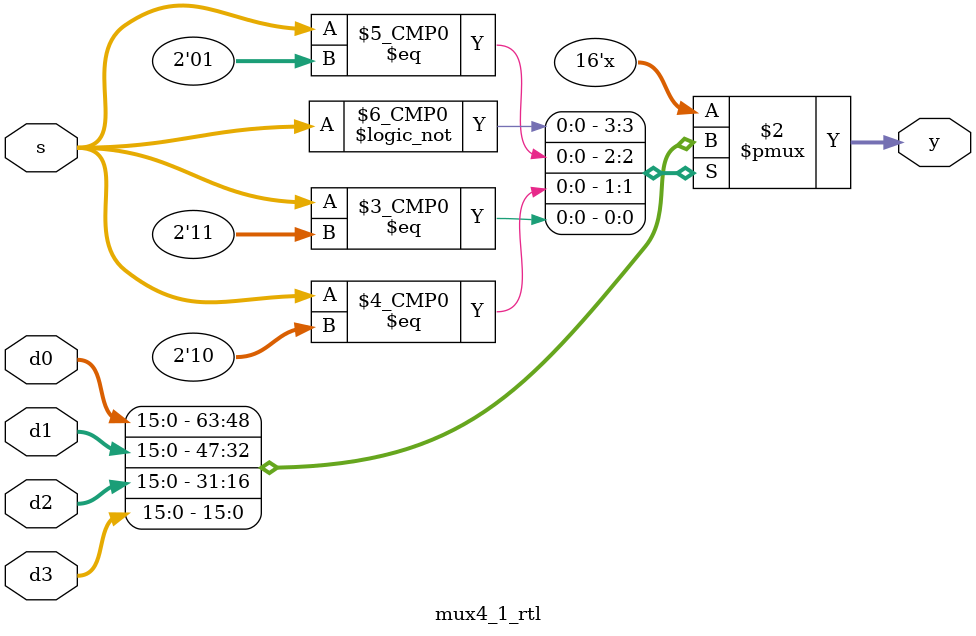
<source format=v>
module mux4_1_rtl (
    input  [15:0] d0, d1, d2, d3,
    input  [1:0]  s,
    output reg [15:0] y
);

always @(*) begin
    case (s)
        2'b00: y = d0;
        2'b01: y = d1;
        2'b10: y = d2;
        2'b11: y = d3;
        default: y = 16'b0;
    endcase
end

endmodule

</source>
